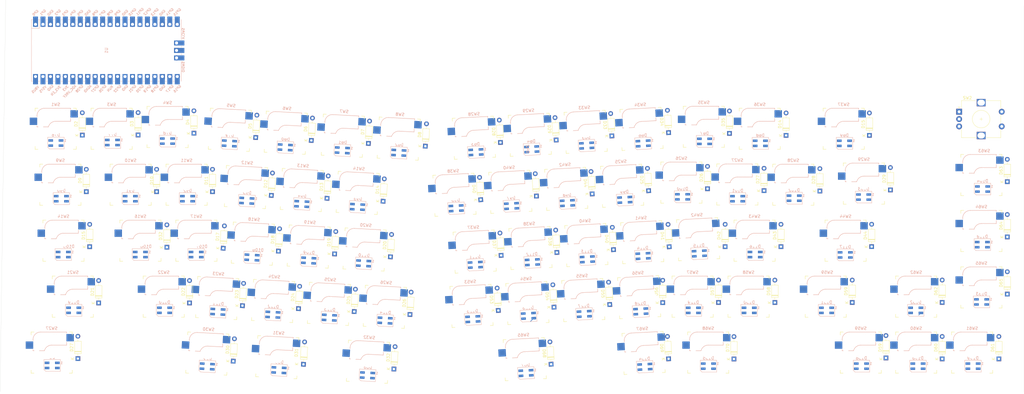
<source format=kicad_pcb>
(kicad_pcb (version 20240108) (generator "pcbnew") (generator_version "8.0")
  (layers (0 "F.Cu" signal) (31 "B.Cu" signal) (34 "B.Paste" user) (35 "F.Paste" user) (36 "B.SilkS" user "B.Silkscreen") (37 "F.SilkS" user "F.Silkscreen") (38 "B.Mask" user) (39 "F.Mask" user) (44 "Edge.Cuts" user))
  (net 0 "")
  (net 1 "Net-(D2-A)")
  (net 2 "Row 0")
  (net 3 "Net-(D3-A)")
  (net 4 "Net-(D4-A)")
  (net 5 "Net-(D5-A)")
  (net 6 "Net-(D6-A)")
  (net 7 "Net-(D7-A)")
  (net 8 "Net-(D8-A)")
  (net 9 "Net-(D9-A)")
  (net 10 "Row 1")
  (net 11 "Net-(D10-A)")
  (net 12 "Net-(D11-A)")
  (net 13 "Net-(D12-A)")
  (net 14 "Net-(D13-A)")
  (net 15 "Net-(D14-A)")
  (net 16 "Row 2")
  (net 17 "Net-(D15-A)")
  (net 18 "Net-(D16-A)")
  (net 19 "Net-(D17-A)")
  (net 20 "Net-(D18-A)")
  (net 21 "Net-(D19-A)")
  (net 22 "Net-(D20-A)")
  (net 23 "Row 3")
  (net 24 "Net-(D21-A)")
  (net 25 "Net-(D22-A)")
  (net 26 "Net-(D23-A)")
  (net 27 "Net-(D24-A)")
  (net 28 "Net-(D25-A)")
  (net 29 "Net-(D26-A)")
  (net 30 "Net-(D27-A)")
  (net 31 "Row 4")
  (net 32 "Net-(D28-A)")
  (net 33 "Net-(D29-A)")
  (net 34 "Net-(D30-A)")
  (net 35 "Net-(D31-A)")
  (net 36 "Net-(D32-A)")
  (net 37 "Net-(D33-A)")
  (net 38 "Net-(D34-A)")
  (net 39 "Net-(D35-A)")
  (net 40 "Net-(D36-A)")
  (net 41 "Net-(D37-A)")
  (net 42 "Net-(D38-A)")
  (net 43 "Net-(D40-A)")
  (net 44 "Net-(D41-A)")
  (net 45 "Net-(D42-A)")
  (net 46 "Net-(D43-A)")
  (net 47 "Net-(D44-A)")
  (net 48 "Net-(D45-A)")
  (net 49 "Net-(D46-A)")
  (net 50 "Net-(D47-A)")
  (net 51 "Net-(D48-A)")
  (net 52 "Net-(D49-A)")
  (net 53 "Net-(D51-A)")
  (net 54 "Net-(D52-A)")
  (net 55 "Net-(D53-A)")
  (net 56 "Net-(D54-A)")
  (net 57 "Net-(D55-A)")
  (net 58 "Net-(D56-A)")
  (net 59 "Net-(D57-A)")
  (net 60 "Net-(D58-A)")
  (net 61 "Net-(D59-A)")
  (net 62 "Net-(D60-A)")
  (net 63 "Net-(D61-A)")
  (net 64 "Net-(D62-A)")
  (net 65 "Net-(D63-A)")
  (net 66 "Net-(D64-A)")
  (net 67 "Net-(D65-A)")
  (net 68 "Net-(D68-A)")
  (net 69 "Net-(D69-A)")
  (net 70 "Net-(D70-A)")
  (net 71 "Net-(D72-A)")
  (net 72 "Net-(D73-A)")
  (net 73 "Net-(D74-A)")
  (net 74 "+5V")
  (net 75 "GND")
  (net 76 "Col 0")
  (net 77 "ENC_A")
  (net 78 "ENC_S1")
  (net 79 "ENC_B")
  (net 80 "Col 1")
  (net 81 "Col 2")
  (net 82 "Col 3")
  (net 83 "Col 4")
  (net 84 "Col 5")
  (net 85 "Col 6")
  (net 86 "Col 7")
  (net 87 "Col 8")
  (net 88 "Col 9")
  (net 89 "Col 10")
  (net 90 "Col 11")
  (net 91 "Col 12")
  (net 92 "Col 13")
  (net 93 "Col 14")
  (net 94 "Col 15")
  (net 95 "Col 16")
  (net 96 "Net-(D100-DIN)")
  (net 97 "LEDS")
  (net 115 "Net-(D1-DIN)")
  (footprint "keyswitches.pretty-master:Kailh_socket_MX" (layer "F.Cu") (at 302.462811 66.675)
    (property "Reference" "SW37")
    (property "Value" "Kailh_socket")
  )
  (footprint "Diode_THT:D_DO-35_SOD27_P7.62mm_Horizontal" (layer "F.Cu") (at 282.852811 68.91875 90)
    (property "Reference" "D14")
    (property "Value" "1N4148")
  )
  (footprint "Diode_THT:D_DO-35_SOD27_P7.62mm_Horizontal" (layer "F.Cu") (at 222.817086 126.52247 93)
    (property "Reference" "D55")
    (property "Value" "1N4148")
  )
  (footprint "keyswitches.pretty-master:Kailh_socket_MX" (layer "F.Cu") (at 101.294126 105.784167 -3)
    (property "Reference" "SW18")
    (property "Value" "Kailh_socket")
  )
  (footprint "keyswitches.pretty-master:Kailh_socket_MX" (layer "F.Cu") (at 234.330232 143 3)
    (property "Reference" "SW67")
    (property "Value" "Kailh_socket")
  )
  (footprint "keyswitches.pretty-master:Kailh_socket_MX" (layer "F.Cu") (at 233.877263 105.278006 3)
    (property "Reference" "SW41")
    (property "Value" "Kailh_socket")
  )
  (footprint "keyswitches.pretty-master:Kailh_socket_MX" (layer "F.Cu") (at 266.267811 85.65)
    (property "Reference" "SW27")
    (property "Value" "Kailh_socket")
  )
  (footprint "keyswitches.pretty-master:Kailh_socket_MX" (layer "F.Cu") (at 82.09 104.775)
    (property "Reference" "SW17")
    (property "Value" "Kailh_socket")
  )
  (footprint "keyswitches.pretty-master:Kailh_socket_MX" (layer "F.Cu") (at 208.001259 87.151414 3)
    (property "Reference" "SW42")
    (property "Value" "Kailh_socket")
  )
  (footprint "keyswitches.pretty-master:Kailh_socket_MX" (layer "F.Cu") (at 72.26625 66.06875)
    (property "Reference" "SW4")
    (property "Value" "Kailh_socket")
  )
  (footprint "keyswitches.pretty-master:Kailh_socket_MX" (layer "F.Cu") (at 176.566031 69.722721 3)
    (property "Reference" "SW28")
    (property "Value" "Kailh_socket")
  )
  (footprint "keyswitches.pretty-master:Kailh_socket_MX" (layer "F.Cu") (at 131.946732 69.030715 -3)
    (property "Reference" "SW7")
    (property "Value" "Kailh_socket")
  )
  (footprint "Diode_THT:D_DO-35_SOD27_P7.62mm_Horizontal" (layer "F.Cu") (at 358.165311 122.97375 90)
    (property "Reference" "D65")
    (property "Value" "1N4148")
  )
  (footprint "keyswitches.pretty-master:Kailh_socket_MX" (layer "F.Cu") (at 251.027811 123.825)
    (property "Reference" "SW57")
    (property "Value" "Kailh_socket")
  )
  (footprint "Diode_THT:D_DO-35_SOD27_P7.62mm_Horizontal" (layer "F.Cu") (at 45.755 106.835 90)
    (property "Reference" "D15")
    (property "Value" "1N4148")
  )
  (footprint "Diode_THT:D_DO-35_SOD27_P7.62mm_Horizontal" (layer "F.Cu") (at 91.210669 107.35359 87)
    (property "Reference" "D17")
    (property "Value" "1N4148")
  )
  (footprint "keyswitches.pretty-master:Kailh_socket_MX" (layer "F.Cu") (at 195.829477 107.272006 3)
    (property "Reference" "SW38")
    (property "Value" "Kailh_socket")
  )
  (footprint "Diode_THT:D_DO-35_SOD27_P7.62mm_Horizontal" (layer "F.Cu") (at 154.790849 129.908588 87)
    (property "Reference" "D26")
    (property "Value" "1N4148")
  )
  (footprint "keyswitches.pretty-master:Kailh_socket_MX" (layer "F.Cu") (at 232.823931 124.002799 3)
    (property "Reference" "SW56")
    (property "Value" "Kailh_socket")
  )
  (footprint "keyswitches.pretty-master:Kailh_socket_MX" (layer "F.Cu") (at 349.352811 120.7)
    (property "Reference" "SW65")
    (property "Value" "Kailh_socket")
  )
  (footprint "keyswitches.pretty-master:Kailh_socket_MX" (layer "F.Cu") (at 327.139061 123.825)
    (property "Reference" "SW62")
    (property "Value" "Kailh_socket")
  )
  (footprint "keyswitches.pretty-master:Kailh_socket_MX" (layer "F.Cu") (at 150.970624 70.027715 -3)
    (property "Reference" "SW8")
    (property "Value" "Kailh_socket")
  )
  (footprint "keyswitches.pretty-master:Kailh_socket_MX" (layer "F.Cu") (at 53.21625 66.675)
    (property "Reference" "SW3")
    (property "Value" "Kailh_socket")
  )
  (footprint "Diode_THT:D_DO-35_SOD27_P7.62mm_Horizontal" (layer "F.Cu") (at 160.02 72.599985 87)
    (property "Reference" "D8")
    (property "Value" "1N4148")
  )
  (footprint "keyswitches.pretty-master:Kailh_socket_MX" (layer "F.Cu") (at 40.005 123.825)
    (property "Reference" "SW21")
    (property "Value" "Kailh_socket")
  )
  (footprint "keyswitches.pretty-master:Kailh_socket_MX" (layer "F.Cu") (at 346.189061 142.875)
    (property "Reference" "SW61")
    (property "Value" "Kailh_socket")
  )
  (footprint "Diode_THT:D_DO-35_SOD27_P7.62mm_Horizontal" (layer "F.Cu") (at 185.602638 71.331987 93)
    (property "Reference" "D28")
    (property "Value" "1N4148")
  )
  (footprint "keyswitches.pretty-master:Kailh_socket_MX" (layer "F.Cu") (at 112.50716 68.01193 -3)
    (property "Reference" "SW6")
    (property "Value" "Kailh_socket")
  )
  (footprint "keyswitches.pretty-master:Kailh_socket_MX" (layer "F.Cu") (at 285.317811 85.725)
    (property "Reference" "SW28")
    (property "Value" "Kailh_socket")
  )
  (footprint "Diode_THT:D_DO-35_SOD27_P7.62mm_Horizontal" (layer "F.Cu") (at 87.565 88.10125 90)
    (property "Reference" "D11")
    (property "Value" "1N4148")
  )
  (footprint "keyswitches.pretty-master:Kailh_socket_MX" (layer "F.Cu") (at 175.752253 126.993799 3)
    (property "Reference" "SW53")
    (property "Value" "Kailh_socket")
  )
  (footprint "keyswitches.pretty-master:Kailh_socket_MX" (layer "F.Cu") (at 63.04 104.775)
    (property "Reference" "SW16")
    (property "Value" "Kailh_socket")
  )
  (footprint "keyswitches.pretty-master:Kailh_socket_MX" (layer "F.Cu") (at 85.806406 143.210201 -3)
    (property "Reference" "SW30")
    (property "Value" "Kailh_socket")
  )
  (footprint "keyswitches.pretty-master:Kailh_socket_MX" (layer "F.Cu") (at 296.352811 123.825)
    (property "Reference" "SW59")
    (property "Value" "Kailh_socket")
  )
  (footprint "keyswitches.pretty-master:Stabilizer_MX_2u" (layer "F.Cu") (at 302.462811 66.675)
    (property "Reference" "REF**" (hide yes))
    (property "Value" "Stabilizer_MX_2u" (hide yes))
  )
  (footprint "keyswitches.pretty-master:Kailh_socket_MX" (layer "F.Cu") (at 349.352811 101.475)
    (property "Reference" "SW64")
    (property "Value" "Kailh_socket")
  )
  (footprint "Diode_THT:D_DO-35_SOD27_P7.62mm_Horizontal" (layer "F.Cu") (at 294.352811 87.8825 90)
    (property "Reference" "D28")
    (property "Value" "1N4148")
  )
  (footprint "keyswitches.pretty-master:Kailh_socket_MX" (layer "F.Cu") (at 214.85337 106.275006 3)
    (property "Reference" "SW40")
    (property "Value" "Kailh_socket")
  )
  (footprint "Diode_THT:D_DO-35_SOD27_P7.62mm_Horizontal" (layer "F.Cu") (at 197.850027 89.591032 93)
    (property "Reference" "D42")
    (property "Value" "1N4148")
  )
  (footprint "Diode_THT:D_DO-35_SOD27_P7.62mm_Horizontal" (layer "F.Cu") (at 178.889412 90.840065 93)
    (property "Reference" "D40")
    (property "Value" "1N4148")
  )
  (footprint "Diode_THT:D_DO-35_SOD27_P7.62mm_Horizontal" (layer "F.Cu") (at 102.276095 69.651224 87)
    (property "Reference" "D5")
    (property "Value" "1N4148")
  )
  (footprint "Diode_THT:D_DO-35_SOD27_P7.62mm_Horizontal" (layer "F.Cu") (at 281.110311 106.825 90)
    (property "Reference" "D43")
    (property "Value" "1N4148")
  )
  (footprint "Diode_THT:D_DO-35_SOD27_P7.62mm_Horizontal" (layer "F.Cu") (at 79.73875 125.98125 90)
    (property "Reference" "D22")
    (property "Value" "1N4148")
  )
  (footprint "keyswitches.pretty-master:Kailh_socket_MX" (layer "F.Cu") (at 233.637709 66.731721 3)
    (property "Reference" "SW34")
    (property "Value" "Kailh_socket")
  )
  (footprint "Diode_THT:D_DO-35_SOD27_P7.62mm_Horizontal" (layer "F.Cu") (at 279.030311 125.825 90)
    (property "Reference" "D58")
    (property "Value" "1N4148")
  )
  (footprint "Diode_THT:D_DO-35_SOD27_P7.62mm_Horizontal" (layer "F.Cu") (at 184.870079 128.528712 93)
    (property "Reference" "D53")
    (property "Value" "1N4148")
  )
  (footprint "Diode_THT:D_DO-35_SOD27_P7.62mm_Horizontal" (layer "F.Cu") (at 275.352811 87.75 90)
    (property "Reference" "D27")
    (property "Value" "1N4148")
  )
  (footprint "Diode_THT:D_DO-35_SOD27_P7.62mm_Horizontal" (layer "F.Cu") (at 223.529458 69.107752 93)
    (property "Reference" "D33")
    (property "Value" "1N4148")
  )
  (footprint "keyswitches.pretty-master:Kailh_socket_MX" (layer "F.Cu") (at 303.110311 104.775)
    (property "Reference" "SW44")
    (property "Value" "Kailh_socket")
  )
  (footprint "Diode_THT:D_DO-35_SOD27_P7.62mm_Horizontal" (layer "F.Cu") (at 240.852811 125.885 90)
    (property "Reference" "D56")
    (property "Value" "1N4148")
  )
  (footprint "Diode_THT:D_DO-35_SOD27_P7.62mm_Horizontal" (layer "F.Cu") (at 121.200125 70.64299 87)
    (property "Reference" "D6")
    (property "Value" "1N4148")
  )
  (footprint "keyswitches.pretty-master:Kailh_socket_MX" (layer "F.Cu") (at 194.776145 125.996799 3)
    (property "Reference" "SW54")
    (property "Value" "Kailh_socket")
  )
  (footprint "Diode_THT:D_DO-35_SOD27_P7.62mm_Horizontal" (layer "F.Cu") (at 68.54 88.10125 90)
    (property "Reference" "D10")
    (property "Value" "1N4148")
  )
  (footprint "Diode_THT:D_DO-35_SOD27_P7.62mm_Horizontal" (layer "F.Cu") (at 43.235 68.8475 90)
    (property "Reference" "D2")
    (property "Value" "1N4148")
  )
  (footprint "keyswitches.pretty-master:Kailh_socket_MX" (layer "F.Cu") (at 256.352811 142.875)
    (property "Reference" "SW68")
    (property "Value" "Kailh_socket")
  )
  (footprint "Diode_THT:D_DO-35_SOD27_P7.62mm_Horizontal" (layer "F.Cu") (at 311.987811 106.81 90)
    (property "Reference" "D44")
    (property "Value" "1N4148")
  )
  (footprint "keyswitches.pretty-master:Kailh_socket_MX" (layer "F.Cu") (at 309.352811 85.3425)
    (property "Reference" "SW29")
    (property "Value" "Kailh_socket")
  )
  (footprint "keyswitches.pretty-master:Kailh_socket_MX" (layer "F.Cu") (at 117.971198 87.521239 -3)
    (property "Reference" "SW13")
    (property "Value" "Kailh_socket")
  )
  (footprint "Diode_THT:D_DO-35_SOD27_P7.62mm_Horizontal" (layer "F.Cu") (at 44.59625 88.10125 90)
    (property "Reference" "D9")
    (property "Value" "1N4148")
  )
  (footprint "keyswitches.pretty-master:Stabilizer_MX_2u" (layer "F.Cu") (at 193.870756 145.120392 3)
    (property "Reference" "REF**" (hide yes))
    (property "Value" "Stabilizer_MX_2u" (hide yes))
  )
  (footprint "keyswitches.pretty-master:Kailh_socket_MX" (layer "F.Cu") (at 36.83 104.775)
    (property "Reference" "SW14")
    (property "Value" "Kailh_socket")
  )
  (footprint "keyswitches.pretty-master:Kailh_socket_MX" (layer "F.Cu") (at 214.613817 67.728721 3)
    (property "Reference" "SW33")
    (property "Value" "Kailh_socket")
  )
  (footprint "keyswitches.pretty-master:Kailh_socket_MX" (layer "F.Cu") (at 146.241837 127.301344 -3)
    (property "Reference" "SW26")
    (property "Value" "Kailh_socket")
  )
  (footprint "Diode_THT:D_DO-35_SOD27_P7.62mm_Horizontal" (layer "F.Cu") (at 81.235 68.185 90)
    (property "Reference" "D4")
    (property "Value" "1N4148")
  )
  (footprint "keyswitches.pretty-master:Kailh_socket_MX" (layer "F.Cu") (at 195.589924 68.725721 3)
    (property "Reference" "SW29")
    (property "Value" "Kailh_socket")
  )
  (footprint "Diode_THT:D_DO-35_SOD27_P7.62mm_Horizontal" (layer "F.Cu") (at 242.852811 145 93)
    (property "Reference" "D69")
    (property "Value" "1N4148")
  )
  (footprint "Diode_THT:D_DO-35_SOD27_P7.62mm_Horizontal" (layer "F.Cu") (at 358.165311 103.49875 90)
    (property "Reference" "D64")
    (property "Value" "1N4148")
  )
  (footprint "Diode_THT:D_DO-35_SOD27_P7.62mm_Horizontal" (layer "F.Cu") (at 263.569061 68.24375 90)
    (property "Reference" "D35")
    (property "Value" "1N4148")
  )
  (footprint "Diode_THT:D_DO-35_SOD27_P7.62mm_Horizontal" (layer "F.Cu") (at 224.088133 107.843846 93)
    (property "Reference" "D40")
    (property "Value" "1N4148")
  )
  (footprint "Diode_THT:D_DO-35_SOD27_P7.62mm_Horizontal" (layer "F.Cu") (at 265.102811 145.06 90)
    (property "Reference" "D70")
    (property "Value" "1N4148")
  )
  (footprint "keyswitches.pretty-master:Kailh_socket_MX" (layer "F.Cu") (at 140.505794 145.991757 -3)
    (property "Reference" "SW32")
    (property "Value" "Kailh_socket")
  )
  (footprint "keyswitches.pretty-master:Kailh_socket_MX" (layer "F.Cu") (at 35.79 85.725)
    (property "Reference" "SW9")
    (property "Value" "Kailh_socket")
  )
  (footprint "keyswitches.pretty-master:Kailh_socket_MX" (layer "F.Cu") (at 70.95 123.825)
    (property "Reference" "SW22")
    (property "Value" "Kailh_socket")
  )
  (footprint "Diode_THT:D_DO-35_SOD27_P7.62mm_Horizontal" (layer "F.Cu") (at 305.374061 125.8175 90)
    (property "Reference" "D59")
    (property "Value" "1N4148")
  )
  (footprint "Diode_THT:D_DO-35_SOD27_P7.62mm_Horizontal" (layer "F.Cu") (at 129.139262 109.281261 87)
    (property "Reference" "D19")
    (property "Value" "1N4148")
  )
  (footprint "Diode_THT:D_DO-35_SOD27_P7.62mm_Horizontal" (layer "F.Cu") (at 72.03 107.01 90)
    (property "Reference" "D32")
    (property "Value" "1N4148")
  )
  (footprint "Diode_THT:D_DO-35_SOD27_P7.62mm_Horizontal" (layer "F.Cu") (at 48.81125 125.98125 90)
    (property "Reference" "D21")
    (property "Value" "1N4148")
  )
  (footprint "keyswitches.pretty-master:Kailh_socket_MX" (layer "F.Cu") (at 136.995091 88.518239 -3)
    (property "Reference" "SW14")
    (property "Value" "Kailh_socket")
  )
  (footprint "Diode_THT:D_DO-35_SOD27_P7.62mm_Horizontal" (layer "F.Cu") (at 203.837629 127.411997 93)
    (property "Reference" "D54")
    (property "Value" "1N4148")
  )
  (footprint "Diode_THT:D_DO-35_SOD27_P7.62mm_Horizontal" (layer "F.Cu") (at 242.852811 68 93)
    (property "Reference" "D34")
    (property "Value" "1N4148")
  )
  (footprint "Diode_THT:D_DO-35_SOD27_P7.62mm_Horizontal" (layer "F.Cu") (at 110.002381 108.338422 87)
    (property "Reference" "D18")
    (property "Value" "1N4148")
  )
  (footprint "keyswitches.pretty-master:Kailh_socket_MX" (layer "F.Cu") (at 89.170158 124.310344 -3)
    (property "Reference" "SW23")
    (property "Value" "Kailh_socket")
  )
  (footprint "keyswitches.pretty-master:Kailh_socket_MX" (layer "F.Cu") (at 108.194052 125.307344 -3)
    (property "Reference" "SW24")
    (property "Value" "Kailh_socket")
  )
  (footprint "keyswitches.pretty-master:Stabilizer_MX_2u" (layer "F.Cu") (at 40.005 123.825)
    (property "Reference" "REF**" (hide yes))
    (property "Value" "Stabilizer_MX_2u" (hide yes))
  )
  (footprint "Diode_THT:D_DO-35_SOD27_P7.62mm_Horizontal" (layer "F.Cu") (at 243.062094 106.849463 93)
    (property "Reference" "D41")
    (property "Value" "1N4148")
  )
  (footprint "keyswitches.pretty-master:Kailh_socket_MX" (layer "F.Cu") (at 34.16625 66.675)
    (property "Reference" "SW1")
    (property "Value" "Kailh_socket")
  )
  (footprint "keyswitches.pretty-master:Kailh_socket_MX" (layer "F.Cu") (at 169.953474 89.145414 3)
    (property "Reference" "SW38")
    (property "Value" "Kailh_socket")
  )
  (footprint "Diode_THT:D_DO-35_SOD27_P7.62mm_Horizontal" (layer "F.Cu") (at 202.85294 146.837654 93)
    (property "Reference" "D68")
    (property "Value" "1N4148")
  )
  (footprint "keyswitches.pretty-master:Kailh_socket_MX" (layer "F.Cu") (at 127.217943 126.304344 -3)
    (property "Reference" "SW25")
    (property "Value" "Kailh_socket")
  )
  (footprint "Diode_THT:D_DO-35_SOD27_P7.62mm_Horizontal" (layer "F.Cu") (at 262.110311 106.825 90)
    (property "Reference" "D42")
    (property "Value" "1N4148")
  )
  (footprint "keyswitches.pretty-master:Kailh_socket_MX" (layer "F.Cu") (at 98.947307 86.524239 -3)
    (property "Reference" "SW12")
    (property "Value" "Kailh_socket")
  )
  (footprint "Diode_THT:D_DO-35_SOD27_P7.62mm_Horizontal" (layer "F.Cu") (at 116.842928 127.919822 87)
    (property "Reference" "D24")
    (property "Value" "1N4148")
  )
  (footprint "Diode_THT:D_DO-35_SOD27_P7.62mm_Horizontal" (layer "F.Cu") (at 311.212811 68.91875 90)
    (property "Reference" "D15")
    (property "Value" "1N4148")
  )
  (footprint "keyswitches.pretty-master:Kailh_socket_MX" (layer "F.Cu") (at 188.977367 88.148414 3)
    (property "Reference" "SW40")
    (property "Value" "Kailh_socket")
  )
  (footprint "Diode_THT:D_DO-35_SOD27_P7.62mm_Horizontal" (layer "F.Cu") (at 97.751628 126.919289 87)
    (property "Reference" "D23")
    (property "Value" "1N4148")
  )
  (footprint "Diode_THT:D_DO-35_SOD27_P7.62mm_Horizontal" (layer "F.Cu") (at 358.165311 84.69875 90)
    (property "Reference" "D63")
    (property "Value" "1N4148")
  )
  (footprint "keyswitches.pretty-master:Kailh_socket_MX" (layer "F.Cu") (at 32.81 142.875)
    (property "Reference" "SW27")
    (property "Value" "Kailh_socket")
  )
  (footprint "keyswitches.pretty-master:Kailh_socket_MX" (layer "F.Cu") (at 213.800038 124.999799 3)
    (property "Reference" "SW55")
    (property "Value" "Kailh_socket")
  )
  (footprint "Diode_THT:D_DO-35_SOD27_P7.62mm_Horizontal" (layer "F.Cu") (at 355.295311 145.01875 90)
    (property "Reference" "D61")
    (property "Value" "1N4148")
  )
  (footprint "keyswitches.pretty-master:Kailh_socket_MX" (layer "F.Cu") (at 327.139061 142.875)
    (property "Reference" "SW60")
    (property "Value" "Kailh_socket")
  )
  (footprint "keyswitches.pretty-master:Kailh_socket_MX" (layer "F.Cu") (at 270.077811 123.825)
    (property "Reference" "SW58")
    (property "Value" "Kailh_socket")
  )
  (footprint "Diode_THT:D_DO-35_SOD27_P7.62mm_Horizontal" (layer "F.Cu") (at 316.852811 144.705 90)
    (property "Reference" "D59")
    (property "Value" "1N4148")
  )
  (footprint "Diode_THT:D_DO-35_SOD27_P7.62mm_Horizontal" (layer "F.Cu") (at 336.001561 125.79875 90)
    (property "Reference" "D62")
    (property "Value" "1N4148" (hide yes))
  )
  (footprint "keyswitches.pretty-master:Kailh_socket_MX" (layer "F.Cu") (at 273.887811 66.675)
    (property "Reference" "SW36")
    (property "Value" "Kailh_socket")
  )
  (footprint "keyswitches.pretty-master:Kailh_socket_MX" (layer "F.Cu") (at 120.318018 106.781167 -3)
    (property "Reference" "SW19")
    (property "Value" "Kailh_socket")
  )
  (footprint "keyswitches.pretty-master:Kailh_socket_MX" (layer "F.Cu") (at 254.837811 66)
    (property "Reference" "SW35")
    (property "Value" "Kailh_socket")
  )
  (footprint "Diode_THT:D_DO-35_SOD27_P7.62mm_Horizontal" (layer "F.Cu") (at 204.810919 108.784026 93)
    (property "Reference" "D38")
    (property "Value" "1N4148")
  )
  (footprint "keyswitches.pretty-master:Kailh_socket_MX" (layer "F.Cu") (at 93.483268 67.014929 -3)
    (property "Reference" "SW5")
    (property "Value" "Kailh_socket")
  )
  (footprint "Diode_THT:D_DO-35_SOD27_P7.62mm_Horizontal" (layer "F.Cu") (at 126.559878 90.350863 87)
    (property "Reference" "D13")
    (property "Value" "1N4148")
  )
  (footprint "keyswitches.pretty-master:Kailh_socket_MX" (layer "F.Cu") (at 252.901155 104.281006 3)
    (property "Reference" "SW42")
    (property "Value" "Kailh_socket")
  )
  (footprint "Rotary_Encoder:RotaryEncoder_Alps_EC12E-Switch_Vertical_H20mm" (layer "F.Cu") (at 341.772811 60.875)
    (property "Reference" "SW2")
    (property "Value" "RotaryEncoder_Switch")
  )
  (footprint "Diode_THT:D_DO-35_SOD27_P7.62mm_Horizontal" (layer "F.Cu") (at 149.32408 148.476676 87)
    (property "Reference" "D32")
    (property "Value" "1N4148")
  )
  (footprint "Diode_THT:D_DO-35_SOD27_P7.62mm_Horizontal" (layer "F.Cu") (at 259.852811 125.8175 90)
    (property "Reference" "D57")
    (property "Value" "1N4148")
  )
  (footprint "Diode_THT:D_DO-35_SOD27_P7.62mm_Horizontal" (layer "F.Cu") (at 107.585916 89.35648 87)
    (property "Reference" "D12")
    (property "Value" "1N4148")
  )
  (footprint "keyswitches.pretty-master:Kailh_socket_MX" (layer "F.Cu") (at 308.289061 142.875)
    (property "Reference" "SW59")
    (property "Value" "Kailh_socket")
  )
  (footprint "keyswitches.pretty-master:Kailh_socket_MX" (layer "F.Cu") (at 176.81736 108.493698 3)
    (property "Reference" "SW37")
    (property "Value" "Kailh_socket")
  )
  (footprint "Diode_THT:D_DO-35_SOD27_P7.62mm_Horizontal" (layer "F.Cu") (at 94.626947 145.795375 87)
    (property "Reference" "D30")
    (property "Value" "1N4148")
  )
  (footprint "keyswitches.pretty-master:Kailh_socket_MX" (layer "F.Cu") (at 193.870756 145.120392 3)
    (property "Reference" "SW65")
    (property "Value" "Kailh_socket")
  )
  (footprint "keyswitches.pretty-master:Kailh_socket_MX" (layer "F.Cu") (at 59.69 85.725)
    (property "Reference" "SW10")
    (property "Value" "Kailh_socket")
  )
  (footprint "keyswitches.pretty-master:Kailh_socket_MX" (layer "F.Cu") (at 78.74 85.725)
    (property "Reference" "SW11")
    (property "Value" "Kailh_socket")
  )
  (footprint "keyswitches.pretty-master:Stabilizer_MX_2u" (layer "F.Cu") (at 140.60121 146.081875 -3)
    (property "Reference" "REF**" (hide yes))
    (property "Value" "Stabilizer_MX_2u" (hide yes))
  )
  (footprint "Diode_THT:D_DO-35_SOD27_P7.62mm_Horizontal" (layer "F.Cu") (at 145.651179 91.351396 87)
    (property "Reference" "D14")
    (property "Value" "1N4148")
  )
  (footprint "Diode_THT:D_DO-35_SOD27_P7.62mm_Horizontal" (layer "F.Cu") (at 256.102811 87.1 90)
    (property "Reference" "D26")
    (property "Value" "1N4148")
  )
  (footprint "keyswitches.pretty-master:Kailh_socket_MX" (layer "F.Cu") (at 247.217811 85)
    (property "Reference" "SW26")
    (property "Value" "Kailh_socket")
  )
  (footprint "Diode_THT:D_DO-35_SOD27_P7.62mm_Horizontal" (layer "F.Cu") (at 318.372811 87.5 90)
    (property "Reference" "D29")
    (property "Value" "1N4148")
  )
  (footprint "Diode_THT:D_DO-35_SOD27_P7.62mm_Horizontal" (layer "F.Cu") (at 148.135693 110.276822 87)
    (property "Reference" "D20")
    (property "Value" "1N4148")
  )
  (footprint "Diode_THT:D_DO-35_SOD27_P7.62mm_Horizontal" (layer "F.Cu") (at 62.235 68.79125 90)
    (property "Reference" "D3")
    (property "Value" "1N4148")
  )
  (footprint "keyswitches.pretty-master:Kailh_socket_MX" (layer "F.Cu") (at 109.643693 144.45946 -3)
    (property "Reference" "SW31")
    (property "Value" "Kailh_socket")
  )
  (footprint "Diode_THT:D_DO-35_SOD27_P7.62mm_Horizontal" (layer "F.Cu") (at 336.001561 145.01875 90)
    (property "Reference" "D60")
    (property "Value" "1N4148")
  )
  (footprint "keyswitches.pretty-master:Stabilizer_MX_2u" (layer "F.Cu") (at 303.110311 104.775)
    (property "Reference" "REF**" (hide yes))
    (property "Value" "Stabilizer_MX_2u" (hide yes))
  )
  (footprint "Diode_THT:D_DO-35_SOD27_P7.62mm_Horizontal" (layer "F.Cu") (at 140.639697 71.661775 87)
    (property "Reference" "D7")
    (property "Value" "1N4148")
  )
  (footprint "Diode_THT:D_DO-35_SOD27_P7.62mm_Horizontal" (layer "F.Cu") (at 236.055779 87.769 93)
    (property "Reference" "D25")
    (property "Value" "1N4148")
  )
  (footprint "Diode_THT:D_DO-35_SOD27_P7.62mm_Horizontal" (layer "F.Cu") (at 204.576431 70.501587 93)
    (property "Reference" "D29")
    (property "Value" "1N4148")
  )
  (footprint "keyswitches.pretty-master:Kailh_socket_MX" (layer "F.Cu") (at 272.120311 104.775)
    (property "Reference" "SW43")
    (property "Value" "Kailh_socket")
  )
  (footprint "Diode_THT:D_DO-35_SOD27_P7.62mm_Horizontal" (layer "F.Cu") (at 135.816888 128.914205 87)
    (property "Reference" "D25")
    (property "Value" "1N4148")
  )
  (footprint "Diode_THT:D_DO-35_SOD27_P7.62mm_Horizontal" (layer "F.Cu") (at 216.837334 88.851299 93)
    (property "Reference" "D44")
    (property "Value" "1N4148")
  )
  (footprint "keyswitches.pretty-master:Kailh_socket_MX" (layer "F.Cu") (at 139.34191 107.778166 -3)
    (property "Reference" "SW20")
    (property "Value" "Kailh_socket")
  )
  (footprint "Diode_THT:D_DO-35_SOD27_P7.62mm_Horizontal" (layer "F.Cu") (at 41.735 144.935 90)
    (property "Reference" "D27")
    (property "Value" "1N4148")
  )
  (footprint "keyswitches.pretty-master:Kailh_socket_MX" (layer "F.Cu") (at 349.352811 82.425)
    (property "Reference" "SW63")
    (property "Value" "Kailh_socket")
  )
  (footprint "keyswitches.pretty-master:Kailh_socket_MX" (layer "F.Cu") (at 227.021227 86.079517 3)
    (property "Reference" "SW25")
    (property "Value" "Kailh_socket")
  )
  (footprint "Diode_THT:D_DO-35_SOD27_P7.62mm_Horizontal" (layer "F.Cu") (at 118.53009 146.862832 87)
    (property "Reference" "D31")
    (property "Value" "1N4148")
  )
  (footprint "Diode_THT:D_DO-35_SOD27_P7.62mm_Horizontal" (layer "F.Cu") (at 185.836958 109.778409 93)
    (property "Reference" "D37")
    (property "Value" "1N4148")
  )
  (footprint "LED_SMD:LED_SK6812MINI_PLCC4_3.5x3.5mm_P1.75mm" (layer "B.Cu") (at 349.75 87.19875 180)
    (property "Reference" "D104")
    (property "Value" "NeoPixel_THT")
  )
  (footprint "LED_SMD:LED_SK6812MINI_PLCC4_3.5x3.5mm_P1.75mm" (layer "B.Cu") (at 234.789622 147.717787 -177)
    (property "Reference" "D134")
    (property "Value" "NeoPixel_THT")
  )
  (footprint "LED_SMD:LED_SK6812MINI_PLCC4_3.5x3.5mm_P1.75mm" (layer "B.Cu") (at 63 109.5 180)
    (property "Reference" "D106")
    (property "Value" "NeoPixel_THT")
  )
  (footprint "LED_SMD:LED_SK6812MINI_PLCC4_3.5x3.5mm_P1.75mm" (layer "B.Cu") (at 303 109.625 180)
    (property "Reference" "D117")
    (property "Value" "NeoPixel_THT")
  )
  (footprint "LED_SMD:LED_SK6812MINI_PLCC4_3.5x3.5mm_P1.75mm" (layer "B.Cu") (at 120.298192 111.534611 177)
    (property "Reference" "D109")
    (property "Value" "NeoPixel_THT")
  )
  (footprint "LED_SMD:LED_SK6812MINI_PLCC4_3.5x3.5mm_P1.75mm" (layer "B.Cu") (at 53.485 71.35625 180)
    (property "Reference" "D77")
    (property "Value" "NeoPixel_THT")
  )
  (footprint "LED_SMD:LED_SK6812MINI_PLCC4_3.5x3.5mm_P1.75mm" (layer "B.Cu") (at 176.19051 131.48702 -177)
    (property "Reference" "D125")
    (property "Value" "NeoPixel_THT")
  )
  (footprint "LED_SMD:LED_SK6812MINI_PLCC4_3.5x3.5mm_P1.75mm" (layer "B.Cu") (at 296.624061 128.5 180)
    (property "Reference" "D131")
    (property "Value" "NeoPixel_THT")
  )
  (footprint "LED_SMD:LED_SK6812MINI_PLCC4_3.5x3.5mm_P1.75mm" (layer "B.Cu") (at 139 112.5 177)
    (property "Reference" "D110")
    (property "Value" "NeoPixel_THT")
  )
  (footprint "LED_SMD:LED_SK6812MINI_PLCC4_3.5x3.5mm_P1.75mm" (layer "B.Cu") (at 349.665311 106.12375 180)
    (property "Reference" "D118")
    (property "Value" "NeoPixel_THT")
  )
  (footprint "LED_SMD:LED_SK6812MINI_PLCC4_3.5x3.5mm_P1.75mm" (layer "B.Cu") (at 327.001561 128.5 180)
    (property "Reference" "D132")
    (property "Value" "NeoPixel_THT")
  )
  (footprint "LED_SMD:LED_SK6812MINI_PLCC4_3.5x3.5mm_P1.75mm" (layer "B.Cu") (at 34.235 71.5375 180)
    (property "Reference" "D76")
    (property "Value" "NeoPixel_THT")
  )
  (footprint "LED_SMD:LED_SK6812MINI_PLCC4_3.5x3.5mm_P1.75mm" (layer "B.Cu") (at 150.987467 74.841443 177)
    (property "Reference" "D82")
    (property "Value" "NeoPixel_THT")
  )
  (footprint "LED_SMD:LED_SK6812MINI_PLCC4_3.5x3.5mm_P1.75mm" (layer "B.Cu") (at 309.25 89.935 180)
    (property "Reference" "D103")
    (property "Value" "NeoPixel_THT")
  )
  (footprint "LED_SMD:LED_SK6812MINI_PLCC4_3.5x3.5mm_P1.75mm" (layer "B.Cu") (at 255.077811 70.96 180)
    (property "Reference" "D87")
    (property "Value" "NeoPixel_THT")
  )
  (footprint "LED_SMD:LED_SK6812MINI_PLCC4_3.5x3.5mm_P1.75mm" (layer "B.Cu") (at 93.298192 71.6625 177)
    (property "Reference" "D79")
    (property "Value" "NeoPixel_THT")
  )
  (footprint "LED_SMD:LED_SK6812MINI_PLCC4_3.5x3.5mm_P1.75mm" (layer "B.Cu") (at 40.31125 128.48125 180)
    (property "Reference" "D119")
    (property "Value" "NeoPixel_THT")
  )
  (footprint "LED_SMD:LED_SK6812MINI_PLCC4_3.5x3.5mm_P1.75mm" (layer "B.Cu") (at 302.721561 71.635 180)
    (property "Reference" "D89")
    (property "Value" "NeoPixel_THT")
  )
  (footprint "LED_SMD:LED_SK6812MINI_PLCC4_3.5x3.5mm_P1.75mm" (layer "B.Cu") (at 234.186898 71.669746 -177)
    (property "Reference" "D86")
    (property "Value" "NeoPixel_THT")
  )
  (footprint "LED_SMD:LED_SK6812MINI_PLCC4_3.5x3.5mm_P1.75mm" (layer "B.Cu") (at 272.310311 109.5 180)
    (property "Reference" "D116")
    (property "Value" "NeoPixel_THT")
  )
  (footprint "LED_SMD:LED_SK6812MINI_PLCC4_3.5x3.5mm_P1.75mm" (layer "B.Cu") (at 72.235 70.875 180)
    (property "Reference" "D78")
    (property "Value" "NeoPixel_THT")
  )
  (footprint "LED_SMD:LED_SK6812MINI_PLCC4_3.5x3.5mm_P1.75mm" (layer "B.Cu") (at 196.238976 73.658513 -177)
    (property "Reference" "D84")
    (property "Value" "NeoPixel_THT")
  )
  (footprint "LED_SMD:LED_SK6812MINI_PLCC4_3.5x3.5mm_P1.75mm" (layer "B.Cu") (at 227.957346 90.877099 -177)
    (property "Reference" "D99")
    (property "Value" "NeoPixel_THT")
  )
  (footprint "LED_SMD:LED_SK6812MINI_PLCC4_3.5x3.5mm_P1.75mm" (layer "B.Cu") (at 270.280311 128.5 180)
    (property "Reference" "D130")
    (property "Value" "NeoPixel_THT")
  )
  (footprint "MCU_RaspberryPi_and_Boards:RPi_Pico_SMD_TH" (layer "B.Cu") (at 51.435 40.005 -90)
    (property "Reference" "U1")
    (property "Value" "Pico")
  )
  (footprint "LED_SMD:LED_SK6812MINI_PLCC4_3.5x3.5mm_P1.75mm" (layer "B.Cu") (at 196.473296 112.104935 -177)
    (property "Reference" "D112")
    (property "Value" "NeoPixel_THT")
  )
  (footprint "LED_SMD:LED_SK6812MINI_PLCC4_3.5x3.5mm_P1.75mm" (layer "B.Cu") (at 85.770921 147.589345 177)
    (property "Reference" "D39")
    (property "Value" "NeoPixel_THT")
  )
  (footprint "LED_SMD:LED_SK6812MINI_PLCC4_3.5x3.5mm_P1.75mm" (layer "B.Cu") (at 256.405311 147.5 180)
    (property "Reference" "D135")
    (property "Value" "NeoPixel_THT")
  )
  (footprint "LED_SMD:LED_SK6812MINI_PLCC4_3.5x3.5mm_P1.75mm" (layer "B.Cu") (at 266.351561 90.49 180)
    (property "Reference" "D101")
    (property "Value" "NeoPixel_THT")
  )
  (footprint "LED_SMD:LED_SK6812MINI_PLCC4_3.5x3.5mm_P1.75mm" (layer "B.Cu") (at 195.15806 130.370305 -177)
    (property "Reference" "D126")
    (property "Value" "NeoPixel_THT")
  )
  (footprint "LED_SMD:LED_SK6812MINI_PLCC4_3.5x3.5mm_P1.75mm" (layer "B.Cu") (at 208.409353 91.976669 -177)
    (property "Reference" "D98")
    (property "Value" "NeoPixel_THT")
  )
  (footprint "LED_SMD:LED_SK6812MINI_PLCC4_3.5x3.5mm_P1.75mm" (layer "B.Cu") (at 82 109.5 180)
    (property "Reference" "D107")
    (property "Value" "NeoPixel_THT")
  )
  (footprint "LED_SMD:LED_SK6812MINI_PLCC4_3.5x3.5mm_P1.75mm" (layer "B.Cu") (at 140.332397 150.614017 177)
    (property "Reference" "D66")
    (property "Value" "NeoPixel_THT")
  )
  (footprint "LED_SMD:LED_SK6812MINI_PLCC4_3.5x3.5mm_P1.75mm" (layer "B.Cu") (at 177.053396 112.997517 -177)
    (property "Reference" "D111")
    (property "Value" "NeoPixel_THT")
  )
  (footprint "LED_SMD:LED_SK6812MINI_PLCC4_3.5x3.5mm_P1.75mm" (layer "B.Cu") (at 215.1976 111.123636 -177)
    (property "Reference" "D113")
    (property "Value" "NeoPixel_THT")
  )
  (footprint "LED_SMD:LED_SK6812MINI_PLCC4_3.5x3.5mm_P1.75mm" (layer "B.Cu") (at 32.985 147.25 180)
    (property "Reference" "D1")
    (property "Value" "NeoPixel_THT")
  )
  (footprint "LED_SMD:LED_SK6812MINI_PLCC4_3.5x3.5mm_P1.75mm" (layer "B.Cu") (at 71.23875 128.48125 180)
    (property "Reference" "D120")
    (property "Value" "NeoPixel_THT")
  )
  (footprint "LED_SMD:LED_SK6812MINI_PLCC4_3.5x3.5mm_P1.75mm" (layer "B.Cu") (at 36.75 109.5 180)
    (property "Reference" "D105")
    (property "Value" "NeoPixel_THT")
  )
  (footprint "LED_SMD:LED_SK6812MINI_PLCC4_3.5x3.5mm_P1.75mm" (layer "B.Cu") (at 79.065 90.48125 180)
    (property "Reference" "D92")
    (property "Value" "NeoPixel_THT")
  )
  (footprint "LED_SMD:LED_SK6812MINI_PLCC4_3.5x3.5mm_P1.75mm" (layer "B.Cu") (at 253.310311 109.135 -177)
    (property "Reference" "D115")
    (property "Value" "NeoPixel_THT")
  )
  (footprint "LED_SMD:LED_SK6812MINI_PLCC4_3.5x3.5mm_P1.75mm" (layer "B.Cu") (at 146.303978 131.967241 177)
    (property "Reference" "D124")
    (property "Value" "NeoPixel_THT")
  )
  (footprint "LED_SMD:LED_SK6812MINI_PLCC4_3.5x3.5mm_P1.75mm" (layer "B.Cu") (at 285.601561 90.3175 180)
    (property "Reference" "D102")
    (property "Value" "NeoPixel_THT")
  )
  (footprint "LED_SMD:LED_SK6812MINI_PLCC4_3.5x3.5mm_P1.75mm" (layer "B.Cu") (at 308.5 147.5 180)
    (property "Reference" "D136")
    (property "Value" "NeoPixel_THT")
  )
  (footprint "LED_SMD:LED_SK6812MINI_PLCC4_3.5x3.5mm_P1.75mm" (layer "B.Cu") (at 136.920928 93.277129 177)
    (property "Reference" "D95")
    (property "Value" "NeoPixel_THT")
  )
  (footprint "LED_SMD:LED_SK6812MINI_PLCC4_3.5x3.5mm_P1.75mm" (layer "B.Cu") (at 110.176179 148.86837 177)
    (property "Reference" "D50")
    (property "Value" "NeoPixel_THT")
  )
  (footprint "LED_SMD:LED_SK6812MINI_PLCC4_3.5x3.5mm_P1.75mm" (layer "B.Cu") (at 327.751561 147.5 180)
    (property "Reference" "D198")
    (property "Value" "NeoPixel_THT")
  )
  (footprint "LED_SMD:LED_SK6812MINI_PLCC4_3.5x3.5mm_P1.75mm" (layer "B.Cu") (at 247.601561 89.84 180)
    (property "Reference" "D100")
    (property "Value" "NeoPixel_THT")
  )
  (footprint "LED_SMD:LED_SK6812MINI_PLCC4_3.5x3.5mm_P1.75mm" (layer "B.Cu") (at 194.308306 149.838959 -177)
    (property "Reference" "D67")
    (property "Value" "NeoPixel_THT")
  )
  (footprint "LED_SMD:LED_SK6812MINI_PLCC4_3.5x3.5mm_P1.75mm" (layer "B.Cu") (at 233.380761 128.847797 -177)
    (property "Reference" "D128")
    (property "Value" "NeoPixel_THT")
  )
  (footprint "LED_SMD:LED_SK6812MINI_PLCC4_3.5x3.5mm_P1.75mm" (layer "B.Cu") (at 214.137517 129.717787 -177)
    (property "Reference" "D127")
    (property "Value" "NeoPixel_THT")
  )
  (footprint "LED_SMD:LED_SK6812MINI_PLCC4_3.5x3.5mm_P1.75mm" (layer "B.Cu") (at 349.415311 125.625 180)
    (property "Reference" "D133")
    (property "Value" "NeoPixel_THT")
  )
  (footprint "LED_SMD:LED_SK6812MINI_PLCC4_3.5x3.5mm_P1.75mm" (layer "B.Cu") (at 89.382093 128.984091 177)
    (property "Reference" "D121")
    (property "Value" "NeoPixel_THT")
  )
  (footprint "LED_SMD:LED_SK6812MINI_PLCC4_3.5x3.5mm_P1.75mm" (layer "B.Cu") (at 108.106398 129.965389 177)
    (property "Reference" "D122")
    (property "Value" "NeoPixel_THT")
  )
  (footprint "LED_SMD:LED_SK6812MINI_PLCC4_3.5x3.5mm_P1.75mm" (layer "B.Cu") (at 214.948887 72.40259 -177)
    (property "Reference" "D85")
    (property "Value" "NeoPixel_THT")
  )
  (footprint "LED_SMD:LED_SK6812MINI_PLCC4_3.5x3.5mm_P1.75mm" (layer "B.Cu") (at 177.265015 74.652896 -177)
    (property "Reference" "D83")
    (property "Value" "NeoPixel_THT")
  )
  (footprint "LED_SMD:LED_SK6812MINI_PLCC4_3.5x3.5mm_P1.75mm" (layer "B.Cu") (at 170.52041 93.753307 -177)
    (property "Reference" "D96")
    (property "Value" "NeoPixel_THT")
  )
  (footprint "LED_SMD:LED_SK6812MINI_PLCC4_3.5x3.5mm_P1.75mm" (layer "B.Cu") (at 234.151935 110 -177)
    (property "Reference" "D114")
    (property "Value" "NeoPixel_THT")
  )
  (footprint "LED_SMD:LED_SK6812MINI_PLCC4_3.5x3.5mm_P1.75mm" (layer "B.Cu") (at 99.229205 91.176618 177)
    (property "Reference" "D93")
    (property "Value" "NeoPixel_THT")
  )
  (footprint "LED_SMD:LED_SK6812MINI_PLCC4_3.5x3.5mm_P1.75mm" (layer "B.Cu") (at 274.077811 71.635 180)
    (property "Reference" "D88")
    (property "Value" "NeoPixel_THT")
  )
  (footprint "LED_SMD:LED_SK6812MINI_PLCC4_3.5x3.5mm_P1.75mm" (layer "B.Cu") (at 117.946968 92.282746 177)
    (property "Reference" "D94")
    (property "Value" "NeoPixel_THT")
  )
  (footprint "LED_SMD:LED_SK6812MINI_PLCC4_3.5x3.5mm_P1.75mm" (layer "B.Cu") (at 59.565 90.48125 180)
    (property "Reference" "D91")
    (property "Value" "NeoPixel_THT")
  )
  (footprint "LED_SMD:LED_SK6812MINI_PLCC4_3.5x3.5mm_P1.75mm" (layer "B.Cu") (at 189.38546 92.973669 -177)
    (property "Reference" "D97")
    (property "Value" "NeoPixel_THT")
  )
  (footprint "LED_SMD:LED_SK6812MINI_PLCC4_3.5x3.5mm_P1.75mm" (layer "B.Cu") (at 131.754362 74.014978 177)
    (property "Reference" "D81")
    (property "Value" "NeoPixel_THT")
  )
  (footprint "LED_SMD:LED_SK6812MINI_PLCC4_3.5x3.5mm_P1.75mm" (layer "B.Cu") (at 101 110.5 177)
    (property "Reference" "D108")
    (property "Value" "NeoPixel_THT")
  )
  (footprint "LED_SMD:LED_SK6812MINI_PLCC4_3.5x3.5mm_P1.75mm" (layer "B.Cu") (at 36.09625 90.48125 180)
    (property "Reference" "D90")
    (property "Value" "NeoPixel_THT")
  )
  (footprint "LED_SMD:LED_SK6812MINI_PLCC4_3.5x3.5mm_P1.75mm" (layer "B.Cu") (at 251.280311 128.5 180)
    (property "Reference" "D129")
    (property "Value" "NeoPixel_THT")
  )
  (footprint "LED_SMD:LED_SK6812MINI_PLCC4_3.5x3.5mm_P1.75mm" (layer "B.Cu") (at 346.5 147.5 180)
    (property "Reference" "D199")
    (property "Value" "NeoPixel_THT")
  )
  (footprint "LED_SMD:LED_SK6812MINI_PLCC4_3.5x3.5mm_P1.75mm" (layer "B.Cu") (at 112.31479 72.996193 177)
    (property "Reference" "D80")
    (property "Value" "NeoPixel_THT")
  )
  (footprint "LED_SMD:LED_SK6812MINI_PLCC4_3.5x3.5mm_P1.75mm" (layer "B.Cu") (at 127.330016 130.972858 177)
    (property "Reference" "D123")
    (property "Value" "NeoPixel_THT")
  )
  (gr_line (start 15.24 156.21) (end 17.145 22.86) (stroke (width 0.05)) (layer "Edge.Cuts"))
  (gr_line (start 363.855 24.765) (end 363.855 156.21) (stroke (width 0.05)) (layer "Edge.Cuts"))
  (segment (start 81.235 60.565) (end 81.235 60.5425) (width 0.2) (layer "B.Cu") (net 4))
  (segment (start 141.038497 64.052218) (end 141.038497 63.886891) (width 0.2) (layer "B.Cu") (net 7))
  (segment (start 204.177631 62.89203) (end 204.121091 62.89203) (width 0.2) (layer "B.Cu") (net 11))
  (segment (start 336.020311 118.16) (end 336.001561 118.17875) (width 0.2) (layer "B.Cu") (net 62))
  (segment (start 341.792811 118.192811) (end 342.4 118.8) (width 0.2) (layer "B.Cu") (net 67))
  (segment (start 64.75 110.375) (end 65.375 110.375) (width 0.2) (layer "B.Cu") (net 75))
  (segment (start 195.834741 132.269233) (end 196.951456 131.152518) (width 0.2) (layer "B.Cu") (net 75))
  (segment (start 328.026561 130.1) (end 328.751561 129.375) (width 0.2) (layer "B.Cu") (net 75))
  (segment (start 95 72.627889) (end 95.169201 72.79709) (width 0.2) (layer "B.Cu") (net 75))
  (segment (start 73.985 71.75) (end 74.056573 71.678427) (width 0.2) (layer "B.Cu") (net 75))
  (segment (start 215.930913 130.5) (end 216.335303 130.90439) (width 0.2) (layer "B.Cu") (net 75))
  (segment (start 196.951456 131.152518) (end 197.355846 131.556908) (width 0.2) (layer "B.Cu") (net 75))
  (segment (start 133.45617 74.980367) (end 133.579167 74.85737) (width 0.2) (layer "B.Cu") (net 75))
  (segment (start 178.846792 113.77973) (end 178.846792 113.953208) (width 0.2) (layer "B.Cu") (net 75))
  (segment (start 256.827811 71.835) (end 256.877811 71.785) (width 0.2) (layer "B.Cu") (net 75))
)
</source>
